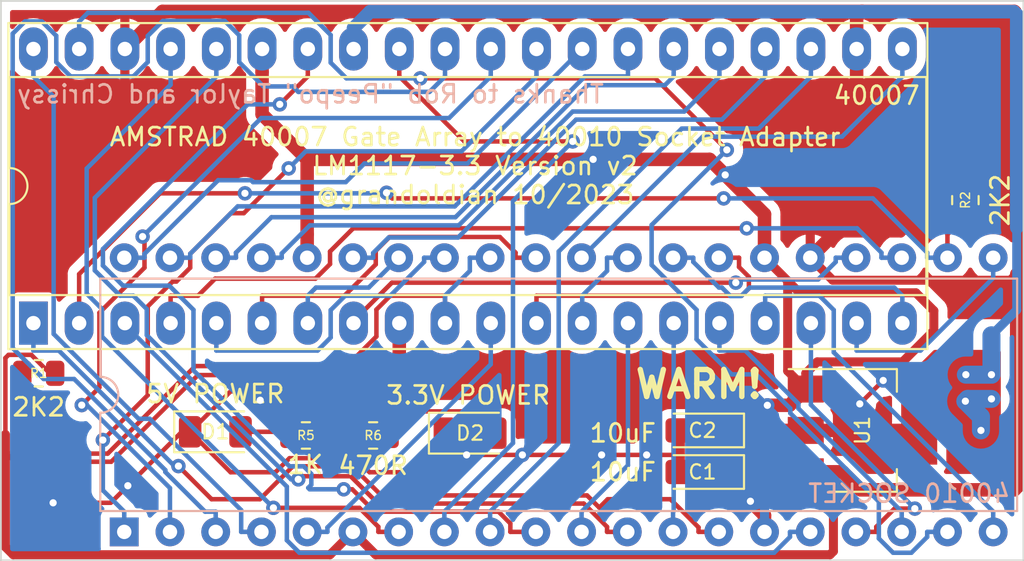
<source format=kicad_pcb>
(kicad_pcb (version 20211014) (generator pcbnew)
  (layers (0 "F.Cu" signal) (31 "B.Cu" signal) (34 "B.Paste" user) (35 "F.Paste" user) (36 "B.SilkS" user "B.Silkscreen") (37 "F.SilkS" user "F.Silkscreen") (38 "B.Mask" user) (39 "F.Mask" user) (44 "Edge.Cuts" user))
  (net 0 "")
  (net 1 "3.3V")
  (net 2 "+5V")
  (net 3 "CPU")
  (net 4 "/A14")
  (net 5 "READY")
  (net 6 "CAS")
  (net 7 "DISPEN")
  (net 8 "244EN")
  (net 9 "/GD0")
  (net 10 "MWE")
  (net 11 "/GD1")
  (net 12 "CASAD")
  (net 13 "/GD2")
  (net 14 "RAS")
  (net 15 "/GD3")
  (net 16 "CK16")
  (net 17 "/GD4")
  (net 18 "Net-(D1-Pad2)")
  (net 19 "/GD5")
  (net 20 "INT")
  (net 21 "/GD6")
  (net 22 "SYNC")
  (net 23 "/GD7")
  (net 24 "ROMEN")
  (net 25 "B")
  (net 26 "RAMRD")
  (net 27 "HSYNC")
  (net 28 "G")
  (net 29 "VSYNC")
  (net 30 "GND")
  (net 31 "IORQ")
  (net 32 "R")
  (net 33 "M1")
  (net 34 "RESET")
  (net 35 "MREQ")
  (net 36 "RD")
  (net 37 "PHI")
  (net 38 "/A15")
  (net 39 "CCLK")
  (net 40 "Net-(D2-Pad2)")
  (footprint "Package_TO_SOT_SMD:SOT-223-3_TabPin2" (layer "F.Cu") (at 187.3504 39.7764)
    (fp_text reference "U1" hide)
    (fp_text value "LM1117-3.3" hide)
  )
  (footprint "Package_DIP:DIP-40_W15.24mm_Socket_LongPads" (layer "F.Cu") (at 141.3052 33.8124 90)
    (fp_text reference "IC2" hide)
    (fp_text value "40007")
  )
  (footprint "Capacitor_Tantalum_SMD:CP_EIA-3216-18_Kemet-A" (layer "F.Cu") (at 178.4604 39.7764 180)
    (fp_text reference "C2" hide)
    (fp_text value "10uF")
  )
  (footprint "Resistor_SMD:R_0805_2012Metric" (layer "F.Cu") (at 156.4386 40.0558)
    (fp_text reference "R5" hide)
    (fp_text value "1K")
  )
  (footprint "Capacitor_Tantalum_SMD:CP_EIA-3216-18_Kemet-A" (layer "F.Cu") (at 178.4604 42.0878 180)
    (fp_text reference "C1" hide)
    (fp_text value "10uF")
  )
  (footprint "LED_SMD:LED_1206_3216Metric" (layer "F.Cu") (at 151.4094 39.8526)
    (fp_text reference "D1" hide)
    (fp_text value "5V POWER")
  )
  (footprint "AMSTRAD:40010_Plug" (layer "F.Cu") (at 146.3492 45.416 90)
    (fp_text reference "IC3" hide)
    (fp_text value "40010 SOCKET")
  )
  (footprint "LED_SMD:LED_1206_3216Metric" (layer "F.Cu") (at 165.5572 39.9288)
    (fp_text reference "D2" hide)
    (fp_text value "3.3V POWER")
  )
  (footprint "Resistor_SMD:R_0805_2012Metric" (layer "F.Cu") (at 160.1724 40.0558 180)
    (fp_text reference "R6" hide)
    (fp_text value "470R")
  )
  (footprint "Resistor_SMD:R_0805_2012Metric" (layer "F.Cu") (at 193.0654 26.9748 90)
    (fp_text reference "R2" hide)
    (fp_text value "2K2")
  )
  (footprint "Resistor_SMD:R_0805_2012Metric" (layer "F.Cu") (at 141.6 36.6)
    (fp_text reference "R1" hide)
    (fp_text value "2K2")
  )
  (gr_line (start 139.5 47) (end 139.5 15.9) (layer "Edge.Cuts") (width 0.1))
  (gr_line (start 139.5 15.9) (end 196.2912 15.9) (layer "Edge.Cuts") (width 0.1))
  (gr_line (start 196.2912 15.9) (end 196.2912 47) (layer "Edge.Cuts") (width 0.1))
  (gr_line (start 196.2912 47) (end 139.5 47) (layer "Edge.Cuts") (width 0.1))
  (gr_text "Thanks to Rob {dblquote}Peepo{dblquote} Taylor and Chrissy" (at 156.6926 21.082) (layer "B.SilkS") (effects (font (size 1 1)) (justify mirror)))
  (gr_text "WARM!" (at 178.2572 37.211) (layer "F.SilkS") (effects (font (size 1.5 1.5) (thickness 0.3))))
  (gr_text "AMSTRAD 40007 Gate Array to 40010 Socket Adapter\nLM1117-3.3 Version v2\n@grandoldian 10/2023" (at 165.8366 25.0698) (layer "F.SilkS") (effects (font (size 1 1))))
  (segment (start 179.81 39.7764) (end 179.81 39.4246) (width 0.75) (layer "F.Cu") (net 1))
  (segment (start 162.0184 37.1268) (end 159.2599 39.8853) (width 0.25) (layer "F.Cu") (net 1))
  (segment (start 190.5 39.7764) (end 190.5004 39.7764) (width 1) (layer "F.Cu") (net 1))
  (segment (start 161.625 34.4624) (end 161.6252 34.4622) (width 0.25) (layer "F.Cu") (net 1))
  (segment (start 184.2004 39.7764) (end 179.8104 39.7764) (width 0.75) (layer "F.Cu") (net 1))
  (segment (start 193.065 36.703) (end 193.091 36.6776) (width 1) (layer "F.Cu") (net 1))
  (segment (start 190.5 39.7764) (end 184.2004 39.7764) (width 0.75) (layer "F.Cu") (net 1))
  (segment (start 162.0184 37.1268) (end 161.625 36.7334) (width 0.75) (layer "F.Cu") (net 1))
  (segment (start 194.513 36.6776) (end 194.513 38.0238) (width 1) (layer "F.Cu") (net 1))
  (segment (start 161.625 36.7334) (end 161.625 34.4624) (width 0.75) (layer "F.Cu") (net 1))
  (segment (start 179.8104 39.7764) (end 179.81 39.7764) (width 0.75) (layer "F.Cu") (net 1))
  (segment (start 177.952 37.5666) (end 162.458 37.5666) (width 0.75) (layer "F.Cu") (net 1))
  (segment (start 159.2599 39.8853) (end 159.2599 40.0558) (width 0.25) (layer "F.Cu") (net 1))
  (segment (start 190.5004 39.7764) (end 193.929 39.7764) (width 1) (layer "F.Cu") (net 1))
  (segment (start 193.065 38.1508) (end 193.065 36.703) (width 1) (layer "F.Cu") (net 1))
  (segment (start 162.458 37.5666) (end 162.0184 37.1268) (width 0.75) (layer "F.Cu") (net 1))
  (segment (start 161.6252 34.4622) (end 161.6252 33.8124) (width 0.25) (layer "F.Cu") (net 1))
  (segment (start 179.81 39.4246) (end 177.952 37.5666) (width 0.75) (layer "F.Cu") (net 1))
  (segment (start 161.625 34.4624) (end 161.625 33.8124) (width 0.75) (layer "F.Cu") (net 1))
  (via (at 193.929 39.7764) (size 0.8) (drill 0.4) (layers "F.Cu" "B.Cu") (net 1))
  (via (at 194.513 38.0238) (size 0.8) (drill 0.4) (layers "F.Cu" "B.Cu") (net 1))
  (via (at 194.513 36.6776) (size 0.8) (drill 0.4) (layers "F.Cu" "B.Cu") (net 1))
  (via (at 193.091 36.6776) (size 0.8) (drill 0.4) (layers "F.Cu" "B.Cu") (net 1))
  (via (at 193.065 38.1508) (size 0.8) (drill 0.4) (layers "F.Cu" "B.Cu") (net 1))
  (segment (start 159.085 18.5724) (end 159.085 17.4148) (width 0.75) (layer "B.Cu") (net 1))
  (segment (start 193.192 38.0238) (end 193.065 38.1508) (width 1) (layer "B.Cu") (net 1))
  (segment (start 194.513 38.0238) (end 193.192 38.0238) (width 1) (layer "B.Cu") (net 1))
  (segment (start 195.75 16.5) (end 195.916 16.6662) (width 0.75) (layer "B.Cu") (net 1))
  (segment (start 194.513 34.4868) (end 195.916 33.0838) (width 0.5) (layer "B.Cu") (net 1))
  (segment (start 159.0852 18.5724) (end 159.085 18.5724) (width 0.25) (layer "B.Cu") (net 1))
  (segment (start 193.929 39.0144) (end 193.065 38.1508) (width 1) (layer "B.Cu") (net 1))
  (segment (start 194.513 36.6776) (end 194.513 34.4868) (width 1) (layer "B.Cu") (net 1))
  (segment (start 193.091 36.6776) (end 194.513 36.6776) (width 1) (layer "B.Cu") (net 1))
  (segment (start 160 16.5) (end 195.75 16.5) (width 0.75) (layer "B.Cu") (net 1))
  (segment (start 193.929 39.7764) (end 193.929 39.0144) (width 1) (layer "B.Cu") (net 1))
  (segment (start 159.085 17.4148) (end 160 16.5) (width 0.75) (layer "B.Cu") (net 1))
  (segment (start 195.916 16.6662) (end 195.916 28.5) (width 0.75) (layer "B.Cu") (net 1))
  (segment (start 195.916 33.0838) (end 195.916 28.5) (width 0.5) (layer "B.Cu") (net 1))
  (segment (start 185.699 31.426) (end 195.713 31.426) (width 0.5) (layer "F.Cu") (net 2))
  (segment (start 139.75 41) (end 139.75 40) (width 0.5) (layer "F.Cu") (net 2))
  (segment (start 153.9953 36.7) (end 150.4453 36.7) (width 0.25) (layer "F.Cu") (net 2))
  (segment (start 187.325 16.4846) (end 148.473 16.4846) (width 0.75) (layer "F.Cu") (net 2))
  (segment (start 195.834 16.5354) (end 195.834 26.1112) (width 0.75) (layer "F.Cu") (net 2))
  (segment (start 192.225 26.0623) (end 193.065 26.0623) (width 0.5) (layer "F.Cu") (net 2))
  (segment (start 148.473 16.4846) (end 146.3851 18.5723) (width 0.75) (layer "F.Cu") (net 2))
  (segment (start 159.0492 45.416) (end 159.0491 45.4161) (width 0.25) (layer "F.Cu") (net 2))
  (segment (start 140.1852 46.6852) (end 139.75 46.25) (width 0.5) (layer "F.Cu") (net 2))
  (segment (start 184.449 30.176) (end 184.4491 30.1761) (width 0.5) (layer "F.Cu") (net 2))
  (segment (start 187.0252 22.192) (end 187.0252 18.5724) (width 0.25) (layer "F.Cu") (net 2))
  (segment (start 185.822 28.8036) (end 189.484 28.8036) (width 0.5) (layer "F.Cu") (net 2))
  (segment (start 142.213173 36.6) (end 141.188173 35.575) (width 0.25) (layer "F.Cu") (net 2))
  (segment (start 193.0654 26.0623) (end 193.0652 26.0625) (width 0.25) (layer "F.Cu") (net 2))
  (segment (start 184.4492 30.176) (end 184.4491 30.1761) (width 0.25) (layer "F.Cu") (net 2))
  (segment (start 150.4453 36.7) (end 145.6294 41.5159) (width 0.25) (layer "F.Cu") (net 2))
  (segment (start 145.6294 41.5159) (end 140.2659 41.5159) (width 0.25) (layer "F.Cu") (net 2))
  (segment (start 139.75 35.75) (end 139.75 40) (width 0.25) (layer "F.Cu") (net 2))
  (segment (start 195.916 31.223) (end 195.916 31.098) (width 0.75) (layer "F.Cu") (net 2))
  (segment (start 185.736 46.496) (end 185.736 42.0764) (width 0.5) (layer "F.Cu") (net 2))
  (segment (start 139.75 46.25) (end 139.75 41) (width 0.5) (layer "F.Cu") (net 2))
  (segment (start 195.916 42.9454) (end 195.916 31.223) (width 0.75) (layer "F.Cu") (net 2))
  (segment (start 140.2659 41.5159) (end 139.75 41) (width 0.25) (layer "F.Cu") (net 2))
  (segment (start 195.713 31.426) (end 195.916 31.223) (width 0.5) (layer "F.Cu") (net 2))
  (segment (start 159.0491 45.4161) (end 160.318 46.6852) (width 0.5) (layer "F.Cu") (net 2))
  (segment (start 142.5125 36.6) (end 142.213173 36.6) (width 0.25) (layer "F.Cu") (net 2))
  (segment (start 139.925 35.575) (end 139.75 35.75) (width 0.25) (layer "F.Cu") (net 2))
  (segment (start 184.189 42.0878) (end 184.2 42.0764) (width 0.75) (layer "F.Cu") (net 2))
  (segment (start 193.14 26.1366) (end 193.0652 26.0625) (width 0.75) (layer "F.Cu") (net 2))
  (segment (start 187.025 16.7844) (end 187.025 22.1922) (width 0.75) (layer "F.Cu") (net 2))
  (segment (start 184.4491 30.1761) (end 185.699 31.426) (width 0.5) (layer "F.Cu") (net 2))
  (segment (start 187.325 16.4846) (end 195.783 16.4846) (width 0.75) (layer "F.Cu") (net 2))
  (segment (start 185.547 46.6852) (end 185.736 46.496) (width 0.5) (layer "F.Cu") (net 2))
  (segment (start 157.78 46.6852) (end 140.1852 46.6852) (width 0.5) (layer "F.Cu") (net 2))
  (segment (start 157.3511 40.0558) (end 153.9953 36.7) (width 0.25) (layer "F.Cu") (net 2))
  (segment (start 195.916 31.223) (end 196.041 31.098) (width 0.5) (layer "F.Cu") (net 2))
  (segment (start 187.025 22.1922) (end 187.025 27.6) (width 0.75) (layer "F.Cu") (net 2))
  (segment (start 186.247 42.0764) (end 187.249 43.0784) (width 0.75) (layer "F.Cu") (net 2))
  (segment (start 160.318 46.6852) (end 185.547 46.6852) (width 0.5) (layer "F.Cu") (net 2))
  (segment (start 141.188173 35.575) (end 139.925 35.575) (width 0.25) (layer "F.Cu") (net 2))
  (segment (start 184.2 42.0764) (end 184.2004 42.0764) (width 0.75) (layer "F.Cu") (net 2))
  (segment (start 179.8104 42.0878) (end 184.189 42.0878) (width 0.75) (layer "F.Cu") (net 2))
  (segment (start 187.249 43.0784) (end 195.783 43.0784) (width 0.75) (layer "F.Cu") (net 2))
  (segment (start 195.783 16.4846) (end 195.834 16.5354) (width 0.75) (layer "F.Cu") (net 2))
  (segment (start 195.783 43.0784) (end 195.916 42.9454) (width 0.75) (layer "F.Cu") (net 2))
  (segment (start 196.041 31.098) (end 196.041 26.1874) (width 0.5) (layer "F.Cu") (net 2))
  (segment (start 159.0491 45.4161) (end 159.049 45.416) (width 0.5) (layer "F.Cu") (net 2))
  (segment (start 184.449 30.176) (end 185.822 28.8036) (width 0.5) (layer "F.Cu") (net 2))
  (segment (start 187.025 22.1922) (end 187.0252 22.192) (width 0.25) (layer "F.Cu") (net 2))
  (segment (start 184.2004 42.0764) (end 185.736 42.0764) (width 0.75) (layer "F.Cu") (net 2))
  (segment (start 189.484 28.8036) (end 192.225 26.0623) (width 0.5) (layer "F.Cu") (net 2))
  (segment (start 195.834 26.1112) (end 195.809 26.1366) (width 0.75) (layer "F.Cu") (net 2))
  (segment (start 159.049 45.416) (end 157.78 46.6852) (width 0.5) (layer "F.Cu") (net 2))
  (segment (start 185.736 42.0764) (end 186.247 42.0764) (width 0.75) (layer "F.Cu") (net 2))
  (segment (start 187.325 16.4846) (end 187.025 16.7844) (width 0.75) (layer "F.Cu") (net 2))
  (segment (start 193.0652 26.0625) (end 193.065 26.0623) (width 0.75) (layer "F.Cu") (net 2))
  (segment (start 195.809 26.1366) (end 193.14 26.1366) (width 0.75) (layer "F.Cu") (net 2))
  (segment (start 187.025 27.6) (end 184.449 30.176) (width 0.75) (layer "F.Cu") (net 2))
  (segment (start 178.2441 45.416) (end 178.2441 45.1618) (width 0.25) (layer "F.Cu") (net 3))
  (segment (start 176.6823 43.6) (end 173.2 43.6) (width 0.25) (layer "F.Cu") (net 3))
  (segment (start 153.884995 43.6) (end 151.2004 43.6) (width 0.25) (layer "F.Cu") (net 3))
  (segment (start 179.3692 45.416) (end 178.2441 45.416) (width 0.25) (layer "F.Cu") (net 3))
  (segment (start 172.056796 43.391) (end 160.629688 43.391) (width 0.25) (layer "F.Cu") (net 3))
  (segment (start 159.008888 41.7702) (end 155.714795 41.7702) (width 0.25) (layer "F.Cu") (net 3))
  (segment (start 151.2004 43.6) (end 149.3591 41.7587) (width 0.25) (layer "F.Cu") (net 3))
  (segment (start 173.2 43.6) (end 172.732898 44.067102) (width 0.25) (layer "F.Cu") (net 3))
  (segment (start 160.629688 43.391) (end 159.008888 41.7702) (width 0.25) (layer "F.Cu") (net 3))
  (segment (start 155.714795 41.7702) (end 153.884995 43.6) (width 0.25) (layer "F.Cu") (net 3))
  (segment (start 178.2441 45.1618) (end 176.6823 43.6) (width 0.25) (layer "F.Cu") (net 3))
  (segment (start 172.732898 44.067102) (end 172.056796 43.391) (width 0.25) (layer "F.Cu") (net 3))
  (via (at 149.3591 41.7587) (size 0.8) (drill 0.4) (layers "F.Cu" "B.Cu") (net 3))
  (segment (start 141.3052 33.8124) (end 141.3052 35.3375) (width 0.25) (layer "B.Cu") (net 3))
  (segment (start 141.3052 35.3375) (end 142.7189 35.3375) (width 0.25) (layer "B.Cu") (net 3))
  (segment (start 142.7189 35.3375) (end 149.1401 41.7587) (width 0.25) (layer "B.Cu") (net 3))
  (segment (start 149.1401 41.7587) (end 149.3591 41.7587) (width 0.25) (layer "B.Cu") (net 3))
  (segment (start 186.215 23.4477) (end 189.5652 20.0975) (width 0.25) (layer "B.Cu") (net 4))
  (segment (start 178.4775 23.4477) (end 186.215 23.4477) (width 0.25) (layer "B.Cu") (net 4))
  (segment (start 189.5652 18.5724) (end 189.5652 20.0975) (width 0.25) (layer "B.Cu") (net 4))
  (segment (start 171.7492 30.176) (end 178.4775 23.4477) (width 0.25) (layer "B.Cu") (net 4))
  (segment (start 179.641 26.8775) (end 161.2289 26.8775) (width 0.25) (layer "F.Cu") (net 5))
  (segment (start 161.2289 26.8775) (end 160.9163 26.5649) (width 0.25) (layer "F.Cu") (net 5))
  (segment (start 193.0654 27.8873) (end 192.0692 28.8835) (width 0.25) (layer "F.Cu") (net 5))
  (segment (start 143.8452 31.0872) (end 148.3369 26.5955) (width 0.25) (layer "F.Cu") (net 5))
  (segment (start 148.3369 26.5955) (end 153.0528 26.5955) (width 0.25) (layer "F.Cu") (net 5))
  (segment (start 192.0692 28.8835) (end 192.0692 30.176) (width 0.25) (layer "F.Cu") (net 5))
  (segment (start 143.8452 33.8124) (end 143.8452 31.0872) (width 0.25) (layer "F.Cu") (net 5))
  (via (at 179.641 26.8775) (size 0.8) (drill 0.4) (layers "F.Cu" "B.Cu") (net 5))
  (via (at 153.0528 26.5955) (size 0.8) (drill 0.4) (layers "F.Cu" "B.Cu") (net 5))
  (via (at 160.9163 26.5649) (size 0.8) (drill 0.4) (layers "F.Cu" "B.Cu") (net 5))
  (segment (start 190.9441 30.176) (end 190.9441 29.8947) (width 0.25) (layer "B.Cu") (net 5))
  (segment (start 187.9269 26.8775) (end 179.641 26.8775) (width 0.25) (layer "B.Cu") (net 5))
  (segment (start 160.8857 26.5955) (end 153.0528 26.5955) (width 0.25) (layer "B.Cu") (net 5))
  (segment (start 190.9441 29.8947) (end 187.9269 26.8775) (width 0.25) (layer "B.Cu") (net 5))
  (segment (start 192.0692 30.176) (end 190.9441 30.176) (width 0.25) (layer "B.Cu") (net 5))
  (segment (start 160.9163 26.5649) (end 160.8857 26.5955) (width 0.25) (layer "B.Cu") (net 5))
  (segment (start 155.3808 42.8989) (end 146.3852 33.9033) (width 0.25) (layer "B.Cu") (net 6))
  (segment (start 156.0765 46.5765) (end 155.3808 45.8808) (width 0.25) (layer "B.Cu") (net 6))
  (segment (start 183.3241 45.416) (end 183.3241 45.6973) (width 0.25) (layer "B.Cu") (net 6))
  (segment (start 146.3852 33.9033) (end 146.3852 33.8124) (width 0.25) (layer "B.Cu") (net 6))
  (segment (start 184.4492 45.416) (end 183.3241 45.416) (width 0.25) (layer "B.Cu") (net 6))
  (segment (start 182.4449 46.5765) (end 156.0765 46.5765) (width 0.25) (layer "B.Cu") (net 6))
  (segment (start 155.3808 45.8808) (end 155.3808 42.8989) (width 0.25) (layer "B.Cu") (net 6))
  (segment (start 183.3241 45.6973) (end 182.4449 46.5765) (width 0.25) (layer "B.Cu") (net 6))
  (segment (start 166.6692 45.416) (end 166.6692 44.2909) (width 0.25) (layer "B.Cu") (net 7))
  (segment (start 170.4792 29.8297) (end 177.3114 22.9975) (width 0.25) (layer "B.Cu") (net 7))
  (segment (start 166.6692 44.2909) (end 170.4792 40.4809) (width 0.25) (layer "B.Cu") (net 7))
  (segment (start 184.4852 18.5724) (end 184.4852 20.0975) (width 0.25) (layer "B.Cu") (net 7))
  (segment (start 181.5852 22.9975) (end 184.4852 20.0975) (width 0.25) (layer "B.Cu") (net 7))
  (segment (start 170.4792 40.4809) (end 170.4792 29.8297) (width 0.25) (layer "B.Cu") (net 7))
  (segment (start 177.3114 22.9975) (end 181.5852 22.9975) (width 0.25) (layer "B.Cu") (net 7))
  (segment (start 157.7792 30.5298) (end 157.7792 29.829) (width 0.25) (layer "F.Cu") (net 8))
  (segment (start 148.9252 32.2873) (end 150.4503 32.2873) (width 0.25) (layer "F.Cu") (net 8))
  (segment (start 156.9688 31.3402) (end 157.7792 30.5298) (width 0.25) (layer "F.Cu") (net 8))
  (segment (start 150.4503 32.2873) (end 151.3974 31.3402) (width 0.25) (layer "F.Cu") (net 8))
  (segment (start 157.7792 29.829) (end 159.0675 28.5407) (width 0.25) (layer "F.Cu") (net 8))
  (segment (start 148.9252 33.8124) (end 148.9252 32.2873) (width 0.25) (layer "F.Cu") (net 8))
  (segment (start 159.0675 28.5407) (end 180.9188 28.5407) (width 0.25) (layer "F.Cu") (net 8))
  (segment (start 151.3974 31.3402) (end 156.9688 31.3402) (width 0.25) (layer "F.Cu") (net 8))
  (via (at 180.9188 28.5407) (size 0.8) (drill 0.4) (layers "F.Cu" "B.Cu") (net 8))
  (segment (start 189.5292 30.176) (end 188.4041 30.176) (width 0.25) (layer "B.Cu") (net 8))
  (segment (start 188.4041 29.8947) (end 187.0501 28.5407) (width 0.25) (layer "B.Cu") (net 8))
  (segment (start 187.0501 28.5407) (end 180.9188 28.5407) (width 0.25) (layer "B.Cu") (net 8))
  (segment (start 188.4041 30.176) (end 188.4041 29.8947) (width 0.25) (layer "B.Cu") (net 8))
  (segment (start 181.9452 20.0975) (end 179.5445 22.4982) (width 0.25) (layer "B.Cu") (net 9))
  (segment (start 160.1743 29.9124) (end 160.1743 30.176) (width 0.25) (layer "B.Cu") (net 9))
  (segment (start 181.9452 18.5724) (end 181.9452 20.0975) (width 0.25) (layer "B.Cu") (net 9))
  (segment (start 164.8899 29.0509) (end 161.0358 29.0509) (width 0.25) (layer "B.Cu") (net 9))
  (segment (start 161.0358 29.0509) (end 160.1743 29.9124) (width 0.25) (layer "B.Cu") (net 9))
  (segment (start 159.0492 30.176) (end 160.1743 30.176) (width 0.25) (layer "B.Cu") (net 9))
  (segment (start 179.5445 22.4982) (end 171.4426 22.4982) (width 0.25) (layer "B.Cu") (net 9))
  (segment (start 171.4426 22.4982) (end 164.8899 29.0509) (width 0.25) (layer "B.Cu") (net 9))
  (segment (start 164.1292 30.176) (end 163.0041 30.176) (width 0.25) (layer "B.Cu") (net 10))
  (segment (start 163.0041 30.4091) (end 163.0041 30.176) (width 0.25) (layer "B.Cu") (net 10))
  (segment (start 151.4652 33.8124) (end 151.4652 35.3375) (width 0.25) (layer "B.Cu") (net 10))
  (segment (start 151.4652 35.3375) (end 157.0896 35.3375) (width 0.25) (layer "B.Cu") (net 10))
  (segment (start 158.6188 32.2873) (end 161.1259 32.2873) (width 0.25) (layer "B.Cu") (net 10))
  (segment (start 161.1259 32.2873) (end 163.0041 30.4091) (width 0.25) (layer "B.Cu") (net 10))
  (segment (start 157.8152 34.6119) (end 157.8152 33.0909) (width 0.25) (layer "B.Cu") (net 10))
  (segment (start 157.8152 33.0909) (end 158.6188 32.2873) (width 0.25) (layer "B.Cu") (net 10))
  (segment (start 157.0896 35.3375) (end 157.8152 34.6119) (width 0.25) (layer "B.Cu") (net 10))
  (segment (start 156.6614 28.3757) (end 155.0943 29.9428) (width 0.25) (layer "B.Cu") (net 11))
  (segment (start 164.9285 28.3757) (end 156.6614 28.3757) (width 0.25) (layer "B.Cu") (net 11))
  (segment (start 171.2561 22.0481) (end 164.9285 28.3757) (width 0.25) (layer "B.Cu") (net 11))
  (segment (start 177.4546 22.0481) (end 171.2561 22.0481) (width 0.25) (layer "B.Cu") (net 11))
  (segment (start 179.4052 20.0975) (end 177.4546 22.0481) (width 0.25) (layer "B.Cu") (net 11))
  (segment (start 179.4052 18.5724) (end 179.4052 20.0975) (width 0.25) (layer "B.Cu") (net 11))
  (segment (start 155.0943 29.9428) (end 155.0943 30.176) (width 0.25) (layer "B.Cu") (net 11))
  (segment (start 153.9692 30.176) (end 155.0943 30.176) (width 0.25) (layer "B.Cu") (net 11))
  (segment (start 169.2092 30.176) (end 168.0841 30.176) (width 0.25) (layer "F.Cu") (net 12))
  (segment (start 160.3192 29.7927) (end 160.3192 30.5469) (width 0.25) (layer "F.Cu") (net 12))
  (segment (start 154.0052 33.8124) (end 154.0052 32.2873) (width 0.25) (layer "F.Cu") (net 12))
  (segment (start 168.0841 29.8947) (end 167.2124 29.023) (width 0.25) (layer "F.Cu") (net 12))
  (segment (start 168.0841 30.176) (end 168.0841 29.8947) (width 0.25) (layer "F.Cu") (net 12))
  (segment (start 167.2124 29.023) (end 161.0889 29.023) (width 0.25) (layer "F.Cu") (net 12))
  (segment (start 161.0889 29.023) (end 160.3192 29.7927) (width 0.25) (layer "F.Cu") (net 12))
  (segment (start 158.5788 32.2873) (end 154.0052 32.2873) (width 0.25) (layer "F.Cu") (net 12))
  (segment (start 160.3192 30.5469) (end 158.5788 32.2873) (width 0.25) (layer "F.Cu") (net 12))
  (segment (start 154.5235 27.9255) (end 164.7422 27.9255) (width 0.25) (layer "B.Cu") (net 13))
  (segment (start 172.0836 20.5841) (end 176.3786 20.5841) (width 0.25) (layer "B.Cu") (net 13))
  (segment (start 152.5543 30.176) (end 152.5543 29.8947) (width 0.25) (layer "B.Cu") (net 13))
  (segment (start 176.3786 20.5841) (end 176.8652 20.0975) (width 0.25) (layer "B.Cu") (net 13))
  (segment (start 152.5543 29.8947) (end 154.5235 27.9255) (width 0.25) (layer "B.Cu") (net 13))
  (segment (start 151.4292 30.176) (end 152.5543 30.176) (width 0.25) (layer "B.Cu") (net 13))
  (segment (start 164.7422 27.9255) (end 172.0836 20.5841) (width 0.25) (layer "B.Cu") (net 13))
  (segment (start 176.8652 18.5724) (end 176.8652 20.0975) (width 0.25) (layer "B.Cu") (net 13))
  (segment (start 161.5892 30.176) (end 159.928 31.8372) (width 0.25) (layer "B.Cu") (net 14))
  (segment (start 159.928 31.8372) (end 156.9953 31.8372) (width 0.25) (layer "B.Cu") (net 14))
  (segment (start 156.5452 33.8124) (end 156.5452 32.2873) (width 0.25) (layer "B.Cu") (net 14))
  (segment (start 156.9953 31.8372) (end 156.5452 32.2873) (width 0.25) (layer "B.Cu") (net 14))
  (segment (start 150.0143 29.957) (end 152.6507 27.3206) (width 0.25) (layer "B.Cu") (net 15))
  (segment (start 171.9335 20.0975) (end 174.3252 20.0975) (width 0.25) (layer "B.Cu") (net 15))
  (segment (start 174.3252 18.5724) (end 174.3252 20.0975) (width 0.25) (layer "B.Cu") (net 15))
  (segment (start 148.8892 30.176) (end 150.0143 30.176) (width 0.25) (layer "B.Cu") (net 15))
  (segment (start 150.0143 30.176) (end 150.0143 29.957) (width 0.25) (layer "B.Cu") (net 15))
  (segment (start 164.7104 27.3206) (end 171.9335 20.0975) (width 0.25) (layer "B.Cu") (net 15))
  (segment (start 152.6507 27.3206) (end 164.7104 27.3206) (width 0.25) (layer "B.Cu") (net 15))
  (segment (start 161.2148 31.562) (end 180.3138 31.562) (width 0.25) (layer "F.Cu") (net 16))
  (segment (start 159.0852 33.6916) (end 161.2148 31.562) (width 0.25) (layer "F.Cu") (net 16))
  (segment (start 159.0852 33.8124) (end 159.0852 33.6916) (width 0.25) (layer "F.Cu") (net 16))
  (via (at 180.3138 31.562) (size 0.8) (drill 0.4) (layers "F.Cu" "B.Cu") (net 16))
  (segment (start 186.9892 30.176) (end 185.8641 30.176) (width 0.25) (layer "B.Cu") (net 16))
  (segment (start 184.8862 31.387) (end 180.4888 31.387) (width 0.25) (layer "B.Cu") (net 16))
  (segment (start 185.8641 30.176) (end 185.8641 30.4091) (width 0.25) (layer "B.Cu") (net 16))
  (segment (start 180.4888 31.387) (end 180.3138 31.562) (width 0.25) (layer "B.Cu") (net 16))
  (segment (start 185.8641 30.4091) (end 184.8862 31.387) (width 0.25) (layer "B.Cu") (net 16))
  (segment (start 158.6498 25.976) (end 159.6897 24.9361) (width 0.25) (layer "B.Cu") (net 17))
  (segment (start 153.3972 25.8675) (end 153.5057 25.976) (width 0.25) (layer "B.Cu") (net 17))
  (segment (start 153.5057 25.976) (end 158.6498 25.976) (width 0.25) (layer "B.Cu") (net 17))
  (segment (start 165.4215 24.9361) (end 171.7852 18.5724) (width 0.25) (layer "B.Cu") (net 17))
  (segment (start 147.4743 30.176) (end 147.4743 29.96) (width 0.25) (layer "B.Cu") (net 17))
  (segment (start 146.3492 30.176) (end 147.4743 30.176) (width 0.25) (layer "B.Cu") (net 17))
  (segment (start 159.6897 24.9361) (end 165.4215 24.9361) (width 0.25) (layer "B.Cu") (net 17))
  (segment (start 151.5668 25.8675) (end 153.3972 25.8675) (width 0.25) (layer "B.Cu") (net 17))
  (segment (start 147.4743 29.96) (end 151.5668 25.8675) (width 0.25) (layer "B.Cu") (net 17))
  (segment (start 155.3229 39.8526) (end 155.5261 40.0558) (width 0.25) (layer "F.Cu") (net 18))
  (segment (start 152.8094 39.8526) (end 155.3229 39.8526) (width 0.25) (layer "F.Cu") (net 18))
  (segment (start 152.991 27.7) (end 155.4814 25.2096) (width 0.25) (layer "F.Cu") (net 19))
  (segment (start 152.2732 27.7) (end 152.991 27.7) (width 0.25) (layer "F.Cu") (net 19))
  (segment (start 145.162 40.3107) (end 147.6552 37.8175) (width 0.25) (layer "F.Cu") (net 19))
  (segment (start 147.6552 37.8175) (end 147.6552 32.8821) (width 0.25) (layer "F.Cu") (net 19))
  (segment (start 149.0355 31.5018) (end 149.2446 31.5018) (width 0.25) (layer "F.Cu") (net 19))
  (segment (start 150.0144 30.732) (end 150.0144 29.9588) (width 0.25) (layer "F.Cu") (net 19))
  (segment (start 150.0144 29.9588) (end 152.2732 27.7) (width 0.25) (layer "F.Cu") (net 19))
  (segment (start 147.6552 32.8821) (end 149.0355 31.5018) (width 0.25) (layer "F.Cu") (net 19))
  (segment (start 149.2446 31.5018) (end 150.0144 30.732) (width 0.25) (layer "F.Cu") (net 19))
  (via (at 155.4814 25.2096) (size 0.8) (drill 0.4) (layers "F.Cu" "B.Cu") (net 19))
  (via (at 145.162 40.3107) (size 0.8) (drill 0.4) (layers "F.Cu" "B.Cu") (net 19))
  (segment (start 146.3492 44.2909) (end 145.162 43.1037) (width 0.25) (layer "B.Cu") (net 19))
  (segment (start 146.3492 45.416) (end 146.3492 44.2909) (width 0.25) (layer "B.Cu") (net 19))
  (segment (start 145.162 43.1037) (end 145.162 40.3107) (width 0.25) (layer "B.Cu") (net 19))
  (segment (start 156.43 24.261) (end 155.4814 25.2096) (width 0.25) (layer "B.Cu") (net 19))
  (segment (start 169.2452 20.0975) (end 165.0817 24.261) (width 0.25) (layer "B.Cu") (net 19))
  (segment (start 165.0817 24.261) (end 156.43 24.261) (width 0.25) (layer "B.Cu") (net 19))
  (segment (start 169.2452 18.5724) (end 169.2452 20.0975) (width 0.25) (layer "B.Cu") (net 19))
  (segment (start 140.6875 39.9375) (end 140.6875 36.6) (width 0.25) (layer "F.Cu") (net 20))
  (segment (start 164.1652 33.8124) (end 164.1652 32.2873) (width 0.25) (layer "F.Cu") (net 20))
  (segment (start 150.2981 36.2) (end 145.4322 41.0659) (width 0.25) (layer "F.Cu") (net 20))
  (segment (start 160.3552 33.0583) (end 160.3552 34.5541) (width 0.25) (layer "F.Cu") (net 20))
  (segment (start 141.8159 41.0659) (end 140.6875 39.9375) (width 0.25) (layer "F.Cu") (net 20))
  (segment (start 161.1262 32.2873) (end 160.3552 33.0583) (width 0.25) (layer "F.Cu") (net 20))
  (segment (start 158.7093 36.2) (end 150.2981 36.2) (width 0.25) (layer "F.Cu") (net 20))
  (segment (start 164.1652 32.2873) (end 161.1262 32.2873) (width 0.25) (layer "F.Cu") (net 20))
  (segment (start 160.3552 34.5541) (end 158.7093 36.2) (width 0.25) (layer "F.Cu") (net 20))
  (segment (start 145.4322 41.0659) (end 141.8159 41.0659) (width 0.25) (layer "F.Cu") (net 20))
  (segment (start 165.5441 30.9084) (end 164.1652 32.2873) (width 0.25) (layer "B.Cu") (net 20))
  (segment (start 166.6692 30.176) (end 165.5441 30.176) (width 0.25) (layer "B.Cu") (net 20))
  (segment (start 164.1652 33.8124) (end 164.1652 32.2873) (width 0.25) (layer "B.Cu") (net 20))
  (segment (start 165.5441 30.176) (end 165.5441 30.9084) (width 0.25) (layer "B.Cu") (net 20))
  (segment (start 147.3685 29.0009) (end 147.4744 29.1068) (width 0.25) (layer "F.Cu") (net 21))
  (segment (start 144.9704 33.2349) (end 144.9704 37.3876) (width 0.25) (layer "F.Cu") (net 21))
  (segment (start 147.4744 29.1068) (end 147.4744 30.7309) (width 0.25) (layer "F.Cu") (net 21))
  (segment (start 147.4744 30.7309) (end 144.9704 33.2349) (width 0.25) (layer "F.Cu") (net 21))
  (segment (start 144.9704 37.3876) (end 143.9884 38.3696) (width 0.25) (layer "F.Cu") (net 21))
  (via (at 143.9884 38.3696) (size 0.8) (drill 0.4) (layers "F.Cu" "B.Cu") (net 21))
  (via (at 147.3685 29.0009) (size 0.8) (drill 0.4) (layers "F.Cu" "B.Cu") (net 21))
  (segment (start 148.8892 45.416) (end 148.8892 44.2909) (width 0.25) (layer "B.Cu") (net 21))
  (segment (start 166.7052 20.0975) (end 164.3902 22.4125) (width 0.25) (layer "B.Cu") (net 21))
  (segment (start 144.2796 38.3696) (end 143.9884 38.3696) (width 0.25) (layer "B.Cu") (net 21))
  (segment (start 148.8892 44.2909) (end 148.8892 42.9792) (width 0.25) (layer "B.Cu") (net 21))
  (segment (start 166.7052 18.5724) (end 166.7052 20.0975) (width 0.25) (layer "B.Cu") (net 21))
  (segment (start 164.3902 22.4125) (end 153.9569 22.4125) (width 0.25) (layer "B.Cu") (net 21))
  (segment (start 148.8892 42.9792) (end 144.2796 38.3696) (width 0.25) (layer "B.Cu") (net 21))
  (segment (start 153.9569 22.4125) (end 147.3685 29.0009) (width 0.25) (layer "B.Cu") (net 21))
  (segment (start 157.6343 45.1707) (end 166.7052 36.0998) (width 0.25) (layer "B.Cu") (net 22))
  (segment (start 157.6343 45.416) (end 157.6343 45.1707) (width 0.25) (layer "B.Cu") (net 22))
  (segment (start 166.7052 33.8124) (end 166.7052 35.3375) (width 0.25) (layer "B.Cu") (net 22))
  (segment (start 166.7052 36.0998) (end 166.7052 35.3375) (width 0.25) (layer "B.Cu") (net 22))
  (segment (start 156.5092 45.416) (end 157.6343 45.416) (width 0.25) (layer "B.Cu") (net 22))
  (segment (start 141.8742 36.9186) (end 140.155 35.1994) (width 0.25) (layer "B.Cu") (net 23))
  (segment (start 148.6339 41.984) (end 143.5685 36.9186) (width 0.25) (layer "B.Cu") (net 23))
  (segment (start 140.155 17.7218) (end 140.8366 17.0402) (width 0.25) (layer "B.Cu") (net 23))
  (segment (start 141.7741 17.0402) (end 142.5752 17.8413) (width 0.25) (layer "B.Cu") (net 23))
  (segment (start 148.4892 17.0143) (end 151.9361 17.0143) (width 0.25) (layer "B.Cu") (net 23))
  (segment (start 156.0144 20.9571) (end 163.3056 20.9571) (width 0.25) (layer "B.Cu") (net 23))
  (segment (start 148.6339 42.0872) (end 148.6339 41.984) (width 0.25) (layer "B.Cu") (net 23))
  (segment (start 143.3683 20.0976) (end 146.8587 20.0976) (width 0.25) (layer "B.Cu") (net 23))
  (segment (start 164.1652 18.5724) (end 164.1652 20.0975) (width 0.25) (layer "B.Cu") (net 23))
  (segment (start 147.6552 17.8483) (end 148.4892 17.0143) (width 0.25) (layer "B.Cu") (net 23))
  (segment (start 142.5752 19.3045) (end 143.3683 20.0976) (width 0.25) (layer "B.Cu") (net 23))
  (segment (start 143.5685 36.9186) (end 141.8742 36.9186) (width 0.25) (layer "B.Cu") (net 23))
  (segment (start 151.4292 44.2909) (end 150.8376 44.2909) (width 0.25) (layer "B.Cu") (net 23))
  (segment (start 140.155 35.1994) (end 140.155 17.7218) (width 0.25) (layer "B.Cu") (net 23))
  (segment (start 152.7352 19.3071) (end 154.0827 20.6546) (width 0.25) (layer "B.Cu") (net 23))
  (segment (start 150.8376 44.2909) (end 148.6339 42.0872) (width 0.25) (layer "B.Cu") (net 23))
  (segment (start 140.8366 17.0402) (end 141.7741 17.0402) (width 0.25) (layer "B.Cu") (net 23))
  (segment (start 146.8587 20.0976) (end 147.6552 19.3011) (width 0.25) (layer "B.Cu") (net 23))
  (segment (start 154.0827 20.6546) (end 155.7119 20.6546) (width 0.25) (layer "B.Cu") (net 23))
  (segment (start 152.7352 17.8134) (end 152.7352 19.3071) (width 0.25) (layer "B.Cu") (net 23))
  (segment (start 147.6552 19.3011) (end 147.6552 17.8483) (width 0.25) (layer "B.Cu") (net 23))
  (segment (start 163.3056 20.9571) (end 164.1652 20.0975) (width 0.25) (layer "B.Cu") (net 23))
  (segment (start 142.5752 17.8413) (end 142.5752 19.3045) (width 0.25) (layer "B.Cu") (net 23))
  (segment (start 151.9361 17.0143) (end 152.7352 17.8134) (width 0.25) (layer "B.Cu") (net 23))
  (segment (start 151.4292 45.416) (end 151.4292 44.2909) (width 0.25) (layer "B.Cu") (net 23))
  (segment (start 155.7119 20.6546) (end 156.0144 20.9571) (width 0.25) (layer "B.Cu") (net 23))
  (segment (start 179.3692 30.176) (end 180.4943 30.176) (width 0.25) (layer "F.Cu") (net 24))
  (segment (start 181.0416 31.241) (end 181.0416 31.8833) (width 0.25) (layer "F.Cu") (net 24))
  (segment (start 180.4943 30.176) (end 180.4943 30.6937) (width 0.25) (layer "F.Cu") (net 24))
  (segment (start 181.0416 31.8833) (end 180.6376 32.2873) (width 0.25) (layer "F.Cu") (net 24))
  (segment (start 180.6376 32.2873) (end 169.2452 32.2873) (width 0.25) (layer "F.Cu") (net 24))
  (segment (start 169.2452 33.8124) (end 169.2452 32.2873) (width 0.25) (layer "F.Cu") (net 24))
  (segment (start 180.4943 30.6937) (end 181.0416 31.241) (width 0.25) (layer "F.Cu") (net 24))
  (segment (start 161.6252 20.0975) (end 165.2389 23.7112) (width 0.25) (layer "F.Cu") (net 25))
  (segment (start 161.6252 18.5724) (end 161.6252 20.0975) (width 0.25) (layer "F.Cu") (net 25))
  (segment (start 165.2389 23.7112) (end 171.2548 23.7112) (width 0.25) (layer "F.Cu") (net 25))
  (segment (start 171.2548 23.7112) (end 171.2548 23.7113) (width 0.25) (layer "F.Cu") (net 25))
  (via (at 171.2548 23.7113) (size 0.8) (drill 0.4) (layers "F.Cu" "B.Cu") (net 25))
  (segment (start 167.9392 27.0269) (end 171.2548 23.7113) (width 0.25) (layer "B.Cu") (net 25))
  (segment (start 167.9392 40.4809) (end 167.9392 27.0269) (width 0.25) (layer "B.Cu") (net 25))
  (segment (start 164.1292 45.416) (end 164.1292 44.2909) (width 0.25) (layer "B.Cu") (net 25))
  (segment (start 164.1292 44.2909) (end 167.9392 40.4809) (width 0.25) (layer "B.Cu") (net 25))
  (segment (start 174.2892 30.176) (end 173.1641 30.176) (width 0.25) (layer "B.Cu") (net 26))
  (segment (start 171.7852 33.8124) (end 171.7852 32.2873) (width 0.25) (layer "B.Cu") (net 26))
  (segment (start 173.1641 30.176) (end 173.1641 30.9084) (width 0.25) (layer "B.Cu") (net 26))
  (segment (start 173.1641 30.9084) (end 171.7852 32.2873) (width 0.25) (layer "B.Cu") (net 26))
  (segment (start 174.3252 41.7149) (end 174.3252 33.8124) (width 0.25) (layer "B.Cu") (net 27))
  (segment (start 171.7492 45.416) (end 171.7492 44.2909) (width 0.25) (layer "B.Cu") (net 27))
  (segment (start 171.7492 44.2909) (end 174.3252 41.7149) (width 0.25) (layer "B.Cu") (net 27))
  (segment (start 169.2092 45.416) (end 167.7942 45.416) (width 0.25) (layer "F.Cu") (net 28))
  (segment (start 167.7942 45.416) (end 167.7942 44.950009) (width 0.25) (layer "F.Cu") (net 28))
  (segment (start 167.7942 44.950009) (end 167.135191 44.291) (width 0.25) (layer "F.Cu") (net 28))
  (segment (start 160.256896 44.291) (end 159.013596 43.0477) (width 0.25) (layer "F.Cu") (net 28))
  (segment (start 167.135191 44.291) (end 160.256896 44.291) (width 0.25) (layer "F.Cu") (net 28))
  (segment (start 159.013596 43.0477) (end 158.5383 43.0477) (width 0.25) (layer "F.Cu") (net 28))
  (segment (start 156.5452 18.5724) (end 156.5452 20.0975) (width 0.25) (layer "F.Cu") (net 28))
  (segment (start 156.5452 20.0975) (end 156.5401 20.0975) (width 0.25) (layer "F.Cu") (net 28))
  (segment (start 156.5401 20.0975) (end 154.9867 21.6509) (width 0.25) (layer "F.Cu") (net 28))
  (via (at 154.9867 21.6509) (size 0.8) (drill 0.4) (layers "F.Cu" "B.Cu") (net 28))
  (via (at 158.5383 43.0477) (size 0.8) (drill 0.4) (layers "F.Cu" "B.Cu") (net 28))
  (segment (start 150.1952 33.0733) (end 148.8503 31.7284) (width 0.25) (layer "B.Cu") (net 28))
  (segment (start 156.6477 43.0477) (end 156.567802 42.967802) (width 0.25) (layer "B.Cu") (net 28))
  (segment (start 156.315405 41.7702) (end 155.527696 41.7702) (width 0.25) (layer "B.Cu") (net 28))
  (segment (start 155.527696 41.7702) (end 150.1952 36.437704) (width 0.25) (layer "B.Cu") (net 28))
  (segment (start 156.7401 42.795505) (end 156.7401 42.194895) (width 0.25) (layer "B.Cu") (net 28))
  (segment (start 158.5383 43.0477) (end 156.6477 43.0477) (width 0.25) (layer "B.Cu") (net 28))
  (segment (start 153.2082 21.6509) (end 154.9867 21.6509) (width 0.25) (layer "B.Cu") (net 28))
  (segment (start 150.1952 36.437704) (end 150.1952 33.0733) (width 0.25) (layer "B.Cu") (net 28))
  (segment (start 145.1655 29.6936) (end 153.2082 21.6509) (width 0.25) (layer "B.Cu") (net 28))
  (segment (start 156.7401 42.194895) (end 156.315405 41.7702) (width 0.25) (layer "B.Cu") (net 28))
  (segment (start 145.1655 30.6129) (end 145.1655 29.6936) (width 0.25) (layer "B.Cu") (net 28))
  (segment (start 148.8503 31.7284) (end 146.281 31.7284) (width 0.25) (layer "B.Cu") (net 28))
  (segment (start 156.567802 42.967802) (end 156.7401 42.795505) (width 0.25) (layer "B.Cu") (net 28))
  (segment (start 146.281 31.7284) (end 145.1655 30.6129) (width 0.25) (layer "B.Cu") (net 28))
  (segment (start 176.8292 44.2909) (end 176.8652 44.2549) (width 0.25) (layer "B.Cu") (net 29))
  (segment (start 176.8292 45.416) (end 176.8292 44.2909) (width 0.25) (layer "B.Cu") (net 29))
  (segment (start 176.8652 44.2549) (end 176.8652 33.8124) (width 0.25) (layer "B.Cu") (net 29))
  (segment (start 175.3622 41.1378) (end 172.8622 41.1378) (width 0.25) (layer "F.Cu") (net 30))
  (segment (start 164.1572 39.9288) (end 161.986 42.1) (width 0.25) (layer "F.Cu") (net 30))
  (segment (start 183.7485 37.9279) (end 184.2 37.4764) (width 0.75) (layer "F.Cu") (net 30))
  (segment (start 154.005 18.5724) (end 154.005 19.8572) (width 0.75) (layer "F.Cu") (net 30))
  (segment (start 172.8622 41.1378) (end 168.4622 41.1378) (width 0.25) (layer "F.Cu") (net 30))
  (segment (start 177.47 42.0878) (end 179.095 43.7134) (width 0.75) (layer "F.Cu") (net 30))
  (segment (start 181.909 30.176) (end 181.9092 30.1762) (width 0.5) (layer "F.Cu") (net 30))
  (segment (start 177.11 41.1378) (end 177.11 42.0878) (width 0.75) (layer "F.Cu") (net 30))
  (segment (start 177.11 41.1378) (end 175.3622 41.1378) (width 0.25) (layer "F.Cu") (net 30))
  (segment (start 177.11 42.0878) (end 177.1104 42.0878) (width 0.75) (layer "F.Cu") (net 30))
  (segment (start 183.859 32.126) (end 190.317 32.126) (width 0.5) (layer "F.Cu") (net 30))
  (segment (start 181.9092 44.9558) (end 181.9092 45.416) (width 0.25) (layer "F.Cu") (net 30))
  (segment (start 181.909 27.7566) (end 181.909 30.176) (width 0.75) (layer "F.Cu") (net 30))
  (segment (start 184.2004 37.4764) (end 186.3764 37.4764) (width 0.25) (layer "F.Cu") (net 30))
  (segment (start 172.3914 24.7086) (end 178.861 24.7086) (width 0.75) (layer "F.Cu") (net 30))
  (segment (start 155.528399 41.3202) (end 154.748599 42.1) (width 0.25) (layer "F.Cu") (net 30))
  (segment (start 183.297 38.3794) (end 183.7485 37.9279) (width 0.75) (layer "F.Cu") (net 30))
  (segment (start 181.909 44.9556) (end 181.9092 44.9558) (width 0.25) (layer "F.Cu") (net 30))
  (segment (start 181.9092 30.1762) (end 181.9092 30.176) (width 0.25) (layer "F.Cu") (net 30))
  (segment (start 181.909 44.9556) (end 181.909 45.416) (width 0.75) (layer "F.Cu") (net 30))
  (segment (start 152.2568 42.1) (end 150.0094 39.8526) (width 0.25) (layer "F.Cu") (net 30))
  (segment (start 179.7262 25.5738) (end 181.909 27.7566) (width 0.75) (layer "F.Cu") (net 30))
  (segment (start 184.201 36.6014) (end 184.201 37.4904) (width 0.5) (layer "F.Cu") (net 30))
  (segment (start 177.1104 42.0878) (end 177.47 42.0878) (width 0.75) (layer "F.Cu") (net 30))
  (segment (start 181.909 44.4952) (end 181.909 44.9556) (width 0.75) (layer "F.Cu") (net 30))
  (segment (start 191.313 34.2326) (end 189.579 35.9664) (width 0.5) (layer "F.Cu") (net 30))
  (segment (start 150.0094 39.8526) (end 149.5474 39.8526) (width 0.25) (layer "F.Cu") (net 30))
  (segment (start 183.7485 37.9279) (end 183.7489 37.9279) (width 0.25) (layer "F.Cu") (net 30))
  (segment (start 189.579 35.9664) (end 184.836 35.9664) (width 0.5) (layer "F.Cu") (net 30))
  (segment (start 183.7489 37.9279) (end 184.2004 37.4764) (width 0.25) (layer "F.Cu") (net 30))
  (segment (start 156.5092 28.8818) (end 156.5092 30.176) (width 0.25) (layer "F.Cu") (net 30))
  (segment (start 159.975084 42.1) (end 159.195284 41.3202) (width 0.25) (layer "F.Cu") (net 30))
  (segment (start 159.195284 41.3202) (end 155.528399 41.3202) (width 0.25) (layer "F.Cu") (net 30))
  (segment (start 156.509 28.8816) (end 156.509 30.176) (width 0.75) (layer "F.Cu") (net 30))
  (segment (start 186.3764 37.4764) (end 187.2 38.3) (width 0.25) (layer "F.Cu") (net 30))
  (segment (start 145.6 43.8) (end 142.4 43.8) (width 0.25) (layer "F.Cu") (net 30))
  (segment (start 183.195 31.462) (end 183.195 36.4712) (width 0.5) (layer "F.Cu") (net 30))
  (segment (start 178.861 24.7086) (end 179.7262 25.5738) (width 0.75) (layer "F.Cu") (net 30))
  (segment (start 161.986 42.1) (end 159.975084 42.1) (width 0.25) (layer "F.Cu") (net 30))
  (segment (start 191.313 33.1216) (end 191.313 34.2326) (width 0.5) (layer "F.Cu") (net 30))
  (segment (start 182.067 38.3794) (end 183.297 38.3794) (width 0.75) (layer "F.Cu") (net 30))
  (segment (start 190.317 32.126) (end 191.313 33.1216) (width 0.5) (layer "F.Cu") (net 30))
  (segment (start 153.4 37.6) (end 153.9 38.1) (width 0.25) (layer "F.Cu") (net 30))
  (segment (start 152.262 37.6) (end 153.4 37.6) (width 0.25) (layer "F.Cu") (net 30))
  (segment (start 154.005 22.2046) (end 156.509 24.7086) (width 0.75) (layer "F.Cu") (net 30))
  (segment (start 183.195 36.4712) (end 184.2 37.4764) (width 0.5) (layer "F.Cu") (net 30))
  (segment (start 165.3662 41.1378) (end 165.3642 41.1358) (width 0.25) (layer "F.Cu") (net 30))
  (segment (start 154.0052 19.857) (end 154.0052 18.5724) (width 0.25) (layer "F.Cu") (net 30))
  (segment (start 156.509 24.7086) (end 172.3914 24.7086) (width 0.75) (layer "F.Cu") (net 30))
  (segment (start 168.4622 41.1378) (end 165.3662 41.1378) (width 0.25) (layer "F.Cu") (net 30))
  (segment (start 149.5474 39.8526) (end 146.55 42.85) (width 0.25) (layer "F.Cu") (net 30))
  (segment (start 156.509 28.8816) (end 156.5092 28.8818) (width 0.25) (layer "F.Cu") (net 30))
  (segment (start 184.836 35.9664) (end 184.201 36.6014) (width 0.5) (layer "F.Cu") (net 30))
  (segment (start 146.55 42.85) (end 145.6 43.8) (width 0.25) (layer "F.Cu") (net 30))
  (segment (start 183.195 31.462) (end 183.859 32.126) (width 0.5) (layer "F.Cu") (net 30))
  (segment (start 165.3642 41.1358) (end 164.1572 39.9288) (width 0.25) (layer "F.Cu") (net 30))
  (segment (start 177.11 39.7764) (end 177.11 41.1378) (width 0.75) (layer "F.Cu") (net 30))
  (segment (start 181.9092 30.1762) (end 183.195 31.462) (width 0.5) (layer "F.Cu") (net 30))
  (segment (start 181.127 43.7134) (end 181.909 44.4952) (width 0.75) (layer "F.Cu") (net 30))
  (segment (start 154.748599 42.1) (end 152.2568 42.1) (width 0.25) (layer "F.Cu") (net 30))
  (segment (start 179.095 43.7134) (end 181.127 43.7134) (width 0.75) (layer "F.Cu") (net 30))
  (segment (start 150.0094 39.8526) (end 152.262 37.6) (width 0.25) (layer "F.Cu") (net 30))
  (segment (start 154.005 19.8572) (end 154.005 22.2046) (width 0.75) (layer "F.Cu") (net 30))
  (segment (start 154.005 19.8572) (end 154.0052 19.857) (width 0.25) (layer "F.Cu") (net 30))
  (segment (start 156.509 24.7086) (end 156.509 28.8816) (width 0.75) (layer "F.Cu") (net 30))
  (segment (start 187.2 38.3) (end 188.5 37) (width 0.25) (layer "F.Cu") (net 30))
  (via (at 146.55 42.85) (size 0.8) (drill 0.4) (layers "F.Cu" "B.Cu") (net 30))
  (via (at 181.127 43.7134) (size 0.8) (drill 0.4) (layers "F.Cu" "B.Cu") (net 30))
  (via (at 153.9 38.1) (size 0.8) (drill 0.4) (layers "F.Cu" "B.Cu") (net 30))
  (via (at 182.067 38.3794) (size 0.8) (drill 0.4) (layers "F.Cu" "B.Cu") (net 30))
  (via (at 172.8622 41.1378) (size 0.8) (drill 0.4) (layers "F.Cu" "B.Cu") (net 30))
  (via (at 142.4 43.8) (size 0.8) (drill 0.4) (layers "F.Cu" "B.Cu") (net 30))
  (via (at 165.3642 41.1358) (size 0.8) (drill 0.4) (layers "F.Cu" "B.Cu") (net 30))
  (via (at 179.7262 25.5738) (size 0.8) (drill 0.4) (layers "F.Cu" "B.Cu") (net 30))
  (via (at 187.2 38.3) (size 0.8) (drill 0.4) (layers "F.Cu" "B.Cu") (net 30))
  (via (at 188.5 37) (size 0.8) (drill 0.4) (layers "F.Cu" "B.Cu") (net 30))
  (via (at 168.4622 41.1378) (size 0.8) (drill 0.4) (layers "F.Cu" "B.Cu") (net 30))
  (via (at 172.3914 24.7086) (size 0.8) (drill 0.4) (layers "F.Cu" "B.Cu") (net 30))
  (via (at 175.3622 41.1378) (size 0.8) (drill 0.4) (layers "F.Cu" "B.Cu") (net 30))
  (segment (start 181.127 43.7134) (end 181.127 39.3192) (width 0.75) (layer "B.Cu") (net 30))
  (segment (start 181.127 39.3192) (end 182.067 38.3794) (width 0.75) (layer "B.Cu") (net 30))
  (segment (start 189.5292 45.416) (end 189.5292 44.2909) (width 0.25) (layer "B.Cu") (net 31))
  (segment (start 180.8394 35.3375) (end 179.4052 35.3375) (width 0.25) (layer "B.Cu") (net 31))
  (segment (start 183.7923 38.2904) (end 180.8394 35.3375) (width 0.25) (layer "B.Cu") (net 31))
  (segment (start 183.7923 38.554) (end 183.7923 38.2904) (width 0.25) (layer "B.Cu") (net 31))
  (segment (start 179.4052 33.8124) (end 179.4052 35.3375) (width 0.25) (layer "B.Cu") (net 31))
  (segment (start 189.5292 44.2909) (end 183.7923 38.554) (width 0.25) (layer "B.Cu") (net 31))
  (segment (start 173.1641 45.416) (end 173.1641 45.1347) (width 0.25) (layer "F.Cu") (net 32))
  (segment (start 160.443292 43.841) (end 158.924992 42.3227) (width 0.25) (layer "F.Cu") (net 32))
  (segment (start 173.1641 45.1347) (end 171.8704 43.841) (width 0.25) (layer "F.Cu") (net 32))
  (segment (start 171.8704 43.841) (end 160.443292 43.841) (width 0.25) (layer "F.Cu") (net 32))
  (segment (start 174.2892 45.416) (end 173.1641 45.416) (width 0.25) (layer "F.Cu") (net 32))
  (segment (start 158.924992 42.3227) (end 156.1876 42.3227) (width 0.25) (layer "F.Cu") (net 32))
  (segment (start 156.1876 42.3227) (end 156.0151 42.4952) (width 0.25) (layer "F.Cu") (net 32))
  (via (at 156.0151 42.4952) (size 0.8) (drill 0.4) (layers "F.Cu" "B.Cu") (net 32))
  (segment (start 144.7153 30.8829) (end 146.1196 32.2872) (width 0.25) (layer "B.Cu") (net 32))
  (segment (start 151.4652 18.5724) (end 151.4652 20.0975) (width 0.25) (layer "B.Cu") (net 32))
  (segment (start 147.6009 34.4798) (end 155.6163 42.4952) (width 0.25) (layer "B.Cu") (net 32))
  (segment (start 146.1196 32.2872) (end 146.858 32.2872) (width 0.25) (layer "B.Cu") (net 32))
  (segment (start 147.6009 33.0301) (end 147.6009 34.4798) (width 0.25) (layer "B.Cu") (net 32))
  (segment (start 146.858 32.2872) (end 147.6009 33.0301) (width 0.25) (layer "B.Cu") (net 32))
  (segment (start 144.7153 26.8474) (end 144.7153 30.8829) (width 0.25) (layer "B.Cu") (net 32))
  (segment (start 151.4652 20.0975) (end 144.7153 26.8474) (width 0.25) (layer "B.Cu") (net 32))
  (segment (start 155.6163 42.4952) (end 156.0151 42.4952) (width 0.25) (layer "B.Cu") (net 32))
  (segment (start 194.6092 45.416) (end 194.6092 44.2909) (width 0.25) (layer "B.Cu") (net 33))
  (segment (start 185.7552 33.0836) (end 185.7552 35.4369) (width 0.25) (layer "B.Cu") (net 33))
  (segment (start 181.9452 33.8124) (end 181.9452 32.2873) (width 0.25) (layer "B.Cu") (net 33))
  (segment (start 184.9589 32.2873) (end 185.7552 33.0836) (width 0.25) (layer "B.Cu") (net 33))
  (segment (start 181.9452 32.2873) (end 184.9589 32.2873) (width 0.25) (layer "B.Cu") (net 33))
  (segment (start 185.7552 35.4369) (end 194.6092 44.2909) (width 0.25) (layer "B.Cu") (net 33))
  (segment (start 161.5892 45.416) (end 160.4641 45.416) (width 0.25) (layer "F.Cu") (net 34))
  (segment (start 160.4641 45.1346) (end 160.4641 45.416) (width 0.25) (layer "F.Cu") (net 34))
  (segment (start 154.634 44.0803) (end 159.4098 44.0803) (width 0.25) (layer "F.Cu") (net 34))
  (segment (start 159.4098 44.0803) (end 160.4641 45.1346) (width 0.25) (layer "F.Cu") (net 34))
  (via (at 154.634 44.0803) (size 0.8) (drill 0.4) (layers "F.Cu" "B.Cu") (net 34))
  (segment (start 145.1152 33.0248) (end 145.1152 34.5615) (width 0.25) (layer "B.Cu") (net 34))
  (segment (start 148.9252 20.5595) (end 144.2644 25.2203) (width 0.25) (layer "B.Cu") (net 34))
  (segment (start 144.2644 25.2203) (end 144.2644 32.174) (width 0.25) (layer "B.Cu") (net 34))
  (segment (start 148.9252 18.5724) (end 148.9252 20.5595) (width 0.25) (layer "B.Cu") (net 34))
  (segment (start 145.1152 34.5615) (end 154.634 44.0803) (width 0.25) (layer "B.Cu") (net 34))
  (segment (start 144.2644 32.174) (end 145.1152 33.0248) (width 0.25) (layer "B.Cu") (net 34))
  (segment (start 188.1143 45.1347) (end 189.1269 44.1221) (width 0.25) (layer "F.Cu") (net 35))
  (segment (start 189.1269 44.1221) (end 190.257 44.1221) (width 0.25) (layer "F.Cu") (net 35))
  (segment (start 188.1143 45.416) (end 188.1143 45.1347) (width 0.25) (layer "F.Cu") (net 35))
  (segment (start 186.9892 45.416) (end 188.1143 45.416) (width 0.25) (layer "F.Cu") (net 35))
  (via (at 190.257 44.1221) (size 0.8) (drill 0.4) (layers "F.Cu" "B.Cu") (net 35))
  (segment (start 184.4852 33.8124) (end 184.4852 38.3503) (width 0.25) (layer "B.Cu") (net 35))
  (segment (start 184.4852 38.3503) (end 190.257 44.1221) (width 0.25) (layer "B.Cu") (net 35))
  (segment (start 187.0252 33.8124) (end 187.0252 35.3375) (width 0.25) (layer "B.Cu") (net 36))
  (segment (start 190.5728 35.3375) (end 187.0252 35.3375) (width 0.25) (layer "B.Cu") (net 36))
  (segment (start 194.6092 30.176) (end 194.6092 31.3011) (width 0.25) (layer "B.Cu") (net 36))
  (segment (start 194.6092 31.3011) (end 190.5728 35.3375) (width 0.25) (layer "B.Cu") (net 36))
  (segment (start 179.8169 24.1807) (end 175.8406 20.2044) (width 0.25) (layer "F.Cu") (net 37))
  (segment (start 175.8406 20.2044) (end 162.793 20.2044) (width 0.25) (layer "F.Cu") (net 37))
  (via (at 162.793 20.2044) (size 0.8) (drill 0.4) (layers "F.Cu" "B.Cu") (net 37))
  (via (at 179.8169 24.1807) (size 0.8) (drill 0.4) (layers "F.Cu" "B.Cu") (net 37))
  (segment (start 175.6397 28.3579) (end 179.8169 24.1807) (width 0.25) (layer "B.Cu") (net 37))
  (segment (start 189.0519 46.5763) (end 188.2592 45.7836) (width 0.25) (layer "B.Cu") (net 37))
  (segment (start 183.3421 38.5617) (end 181.4403 36.6599) (width 0.25) (layer "B.Cu") (net 37))
  (segment (start 175.6397 30.5779) (end 175.6397 28.3579) (width 0.25) (layer "B.Cu") (net 37))
  (segment (start 181.4403 36.6599) (end 180.0846 36.6599) (width 0.25) (layer "B.Cu") (net 37))
  (segment (start 188.2592 43.7332) (end 183.3421 38.8161) (width 0.25) (layer "B.Cu") (net 37))
  (segment (start 162.793 20.2044) (end 158.6875 20.2044) (width 0.25) (layer "B.Cu") (net 37))
  (segment (start 157.8152 19.3321) (end 157.8152 17.7964) (width 0.25) (layer "B.Cu") (net 37))
  (segment (start 192.0692 45.416) (end 190.9441 45.416) (width 0.25) (layer "B.Cu") (net 37))
  (segment (start 178.1352 34.7105) (end 178.1352 33.0734) (width 0.25) (layer "B.Cu") (net 37))
  (segment (start 158.6875 20.2044) (end 157.8152 19.3321) (width 0.25) (layer "B.Cu") (net 37))
  (segment (start 190.9441 45.6973) (end 190.0651 46.5763) (width 0.25) (layer "B.Cu") (net 37))
  (segment (start 183.3421 38.8161) (end 183.3421 38.5617) (width 0.25) (layer "B.Cu") (net 37))
  (segment (start 190.9441 45.416) (end 190.9441 45.6973) (width 0.25) (layer "B.Cu") (net 37))
  (segment (start 188.2592 45.7836) (end 188.2592 43.7332) (width 0.25) (layer "B.Cu") (net 37))
  (segment (start 144.3284 16.5641) (end 143.8452 17.0473) (width 0.25) (layer "B.Cu") (net 37))
  (segment (start 190.0651 46.5763) (end 189.0519 46.5763) (width 0.25) (layer "B.Cu") (net 37))
  (segment (start 157.8152 17.7964) (end 156.5829 16.5641) (width 0.25) (layer "B.Cu") (net 37))
  (segment (start 143.8452 18.5724) (end 143.8452 17.0473) (width 0.25) (layer "B.Cu") (net 37))
  (segment (start 180.0846 36.6599) (end 178.1352 34.7105) (width 0.25) (layer "B.Cu") (net 37))
  (segment (start 178.1352 33.0734) (end 175.6397 30.5779) (width 0.25) (layer "B.Cu") (net 37))
  (segment (start 156.5829 16.5641) (end 144.3284 16.5641) (width 0.25) (layer "B.Cu") (net 37))
  (segment (start 180.6141 32.3062) (end 181.0831 31.8372) (width 0.25) (layer "B.Cu") (net 38))
  (segment (start 177.9543 30.4092) (end 179.3823 31.8372) (width 0.25) (layer "B.Cu") (net 38))
  (segment (start 176.8292 30.176) (end 177.9543 30.176) (width 0.25) (layer "B.Cu") (net 38))
  (segment (start 180.0135 32.3062) (end 180.6141 32.3062) (width 0.25) (layer "B.Cu") (net 38))
  (segment (start 189.5652 33.8124) (end 189.5652 32.2873) (width 0.25) (layer "B.Cu") (net 38))
  (segment (start 177.9543 30.176) (end 177.9543 30.4092) (width 0.25) (layer "B.Cu") (net 38))
  (segment (start 189.1151 31.8372) (end 189.5652 32.2873) (width 0.25) (layer "B.Cu") (net 38))
  (segment (start 179.3823 31.8372) (end 179.5445 31.8372) (width 0.25) (layer "B.Cu") (net 38))
  (segment (start 179.5445 31.8372) (end 180.0135 32.3062) (width 0.25) (layer "B.Cu") (net 38))
  (segment (start 181.0831 31.8372) (end 189.1151 31.8372) (width 0.25) (layer "B.Cu") (net 38))
  (segment (start 153.9692 45.416) (end 152.8441 45.416) (width 0.25) (layer "B.Cu") (net 39))
  (segment (start 152.8441 45.416) (end 152.8441 44.206) (width 0.25) (layer "B.Cu") (net 39))
  (segment (start 147.7669 39.1288) (end 147.1469 39.1288) (width 0.25) (layer "B.Cu") (net 39))
  (segment (start 152.8441 44.206) (end 147.7669 39.1288) (width 0.25) (layer "B.Cu") (net 39))
  (segment (start 147.1469 39.1288) (end 142.4304 34.4123) (width 0.25) (layer "B.Cu") (net 39))
  (segment (start 142.4304 34.4123) (end 142.4304 21.2227) (width 0.25) (layer "B.Cu") (net 39))
  (segment (start 142.4304 21.2227) (end 141.3052 20.0975) (width 0.25) (layer "B.Cu") (net 39))
  (segment (start 141.3052 18.5724) (end 141.3052 20.0975) (width 0.25) (layer "B.Cu") (net 39))
  (segment (start 165.7454 38.717) (end 166.9572 39.9288) (width 0.25) (layer "F.Cu") (net 40))
  (segment (start 161.0849 40.0558) (end 162.4237 38.717) (width 0.25) (layer "F.Cu") (net 40))
  (segment (start 162.4237 38.717) (end 165.7454 38.717) (width 0.25) (layer "F.Cu") (net 40))
  (zone (net 1) (net_name "3.3V") (layer "F.Cu") (connect_pads (clearance 0.508)) (min_thickness 0.254) (fill yes (thermal_gap 0.508) (thermal_bridge_width 0.508))
    (polygon (pts (xy 196.2 46.9) (xy 139.6 46.9) (xy 139.6 35.3) (xy 196.2 35.3)))
  )
  (zone (net 2) (net_name "+5V") (layer "F.Cu") (connect_pads (clearance 0.508)) (min_thickness 0.254) (fill yes (thermal_gap 0.508) (thermal_bridge_width 0.508))
    (polygon (pts (xy 196.2 33.6) (xy 139.6 33.5) (xy 139.6 16) (xy 196.2 16)))
  )
  (zone (net 30) (net_name "GND") (layer "B.Cu") (connect_pads (clearance 0.508)) (min_thickness 0.254) (fill yes (thermal_gap 0.508) (thermal_bridge_width 0.508))
    (polygon (pts (xy 196.2 46.9) (xy 139.6 46.9) (xy 139.6 16) (xy 196.2 16)))
  )
)
</source>
